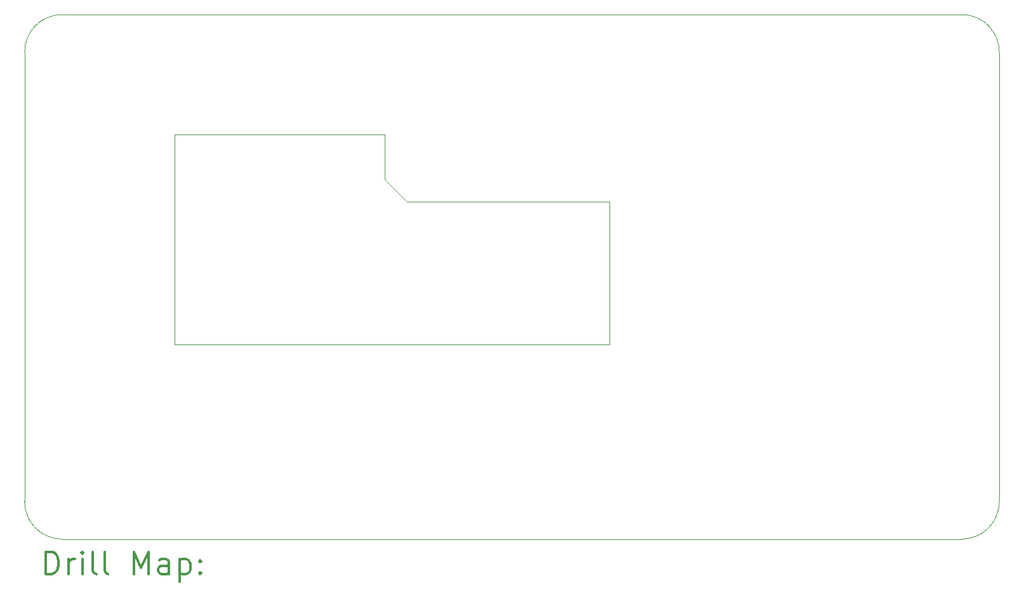
<source format=gbr>
%FSLAX45Y45*%
G04 Gerber Fmt 4.5, Leading zero omitted, Abs format (unit mm)*
G04 Created by KiCad (PCBNEW (5.1.10)-1) date 2021-10-31 21:23:59*
%MOMM*%
%LPD*%
G01*
G04 APERTURE LIST*
%TA.AperFunction,Profile*%
%ADD10C,0.050000*%
%TD*%
%ADD11C,0.200000*%
%ADD12C,0.300000*%
G04 APERTURE END LIST*
D10*
X13800000Y-6600000D02*
X11000000Y-6600000D01*
X13800000Y-7200000D02*
X13800000Y-6600000D01*
X14100000Y-7500000D02*
X13800000Y-7200000D01*
X16800000Y-7500000D02*
X14100000Y-7500000D01*
X16800000Y-9400000D02*
X16800000Y-7500000D01*
X11000000Y-9400000D02*
X16800000Y-9400000D01*
X11000000Y-6600000D02*
X11000000Y-9400000D01*
X21500000Y-5000000D02*
G75*
G02*
X22000000Y-5500000I0J-500000D01*
G01*
X22000000Y-11500000D02*
G75*
G02*
X21500000Y-12000000I-500000J0D01*
G01*
X9500000Y-12000000D02*
G75*
G02*
X9000000Y-11500000I0J500000D01*
G01*
X9000000Y-5500000D02*
G75*
G02*
X9500000Y-5000000I500000J0D01*
G01*
X9000000Y-11500000D02*
X9000000Y-5500000D01*
X21500000Y-12000000D02*
X9500000Y-12000000D01*
X22000000Y-5500000D02*
X22000000Y-11500000D01*
X9500000Y-5000000D02*
X21500000Y-5000000D01*
D11*
D12*
X9283928Y-12468214D02*
X9283928Y-12168214D01*
X9355357Y-12168214D01*
X9398214Y-12182500D01*
X9426786Y-12211071D01*
X9441071Y-12239643D01*
X9455357Y-12296786D01*
X9455357Y-12339643D01*
X9441071Y-12396786D01*
X9426786Y-12425357D01*
X9398214Y-12453929D01*
X9355357Y-12468214D01*
X9283928Y-12468214D01*
X9583928Y-12468214D02*
X9583928Y-12268214D01*
X9583928Y-12325357D02*
X9598214Y-12296786D01*
X9612500Y-12282500D01*
X9641071Y-12268214D01*
X9669643Y-12268214D01*
X9769643Y-12468214D02*
X9769643Y-12268214D01*
X9769643Y-12168214D02*
X9755357Y-12182500D01*
X9769643Y-12196786D01*
X9783928Y-12182500D01*
X9769643Y-12168214D01*
X9769643Y-12196786D01*
X9955357Y-12468214D02*
X9926786Y-12453929D01*
X9912500Y-12425357D01*
X9912500Y-12168214D01*
X10112500Y-12468214D02*
X10083928Y-12453929D01*
X10069643Y-12425357D01*
X10069643Y-12168214D01*
X10455357Y-12468214D02*
X10455357Y-12168214D01*
X10555357Y-12382500D01*
X10655357Y-12168214D01*
X10655357Y-12468214D01*
X10926786Y-12468214D02*
X10926786Y-12311071D01*
X10912500Y-12282500D01*
X10883928Y-12268214D01*
X10826786Y-12268214D01*
X10798214Y-12282500D01*
X10926786Y-12453929D02*
X10898214Y-12468214D01*
X10826786Y-12468214D01*
X10798214Y-12453929D01*
X10783928Y-12425357D01*
X10783928Y-12396786D01*
X10798214Y-12368214D01*
X10826786Y-12353929D01*
X10898214Y-12353929D01*
X10926786Y-12339643D01*
X11069643Y-12268214D02*
X11069643Y-12568214D01*
X11069643Y-12282500D02*
X11098214Y-12268214D01*
X11155357Y-12268214D01*
X11183928Y-12282500D01*
X11198214Y-12296786D01*
X11212500Y-12325357D01*
X11212500Y-12411071D01*
X11198214Y-12439643D01*
X11183928Y-12453929D01*
X11155357Y-12468214D01*
X11098214Y-12468214D01*
X11069643Y-12453929D01*
X11341071Y-12439643D02*
X11355357Y-12453929D01*
X11341071Y-12468214D01*
X11326786Y-12453929D01*
X11341071Y-12439643D01*
X11341071Y-12468214D01*
X11341071Y-12282500D02*
X11355357Y-12296786D01*
X11341071Y-12311071D01*
X11326786Y-12296786D01*
X11341071Y-12282500D01*
X11341071Y-12311071D01*
M02*

</source>
